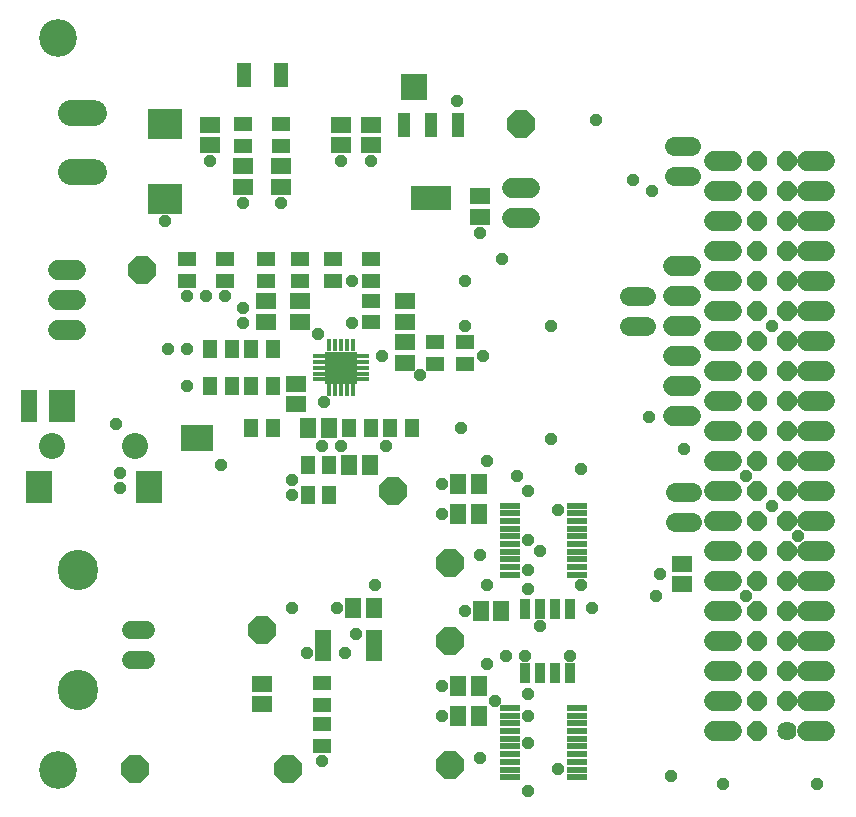
<source format=gbr>
G04 EAGLE Gerber RS-274X export*
G75*
%MOMM*%
%FSLAX34Y34*%
%LPD*%
%INSoldermask Top*%
%IPPOS*%
%AMOC8*
5,1,8,0,0,1.08239X$1,22.5*%
G01*
G04 Define Apertures*
%ADD10C,3.203200*%
%ADD11R,3.003200X2.603200*%
%ADD12C,1.625600*%
%ADD13P,1.75953X8X112.5*%
%ADD14R,1.623400X1.234400*%
%ADD15R,1.668500X1.367800*%
%ADD16C,1.625600*%
%ADD17C,1.727200*%
%ADD18C,1.511200*%
%ADD19C,3.419200*%
%ADD20P,2.55682X8X22.5*%
%ADD21C,2.184400*%
%ADD22R,1.246300X2.113500*%
%ADD23R,1.101100X2.063500*%
%ADD24R,3.392300X2.063500*%
%ADD25R,1.103200X0.453200*%
%ADD26R,0.453200X1.103200*%
%ADD27R,2.803200X2.803200*%
%ADD28R,1.234400X1.623400*%
%ADD29R,2.203200X2.703200*%
%ADD30R,2.703200X2.203200*%
%ADD31R,1.403200X2.703200*%
%ADD32C,2.203200*%
%ADD33R,1.367800X1.668500*%
%ADD34R,0.853200X1.728200*%
%ADD35R,1.403200X0.653200*%
%ADD36R,1.665200X0.558000*%
%ADD37R,2.203200X2.203200*%
%ADD38P,1.03866X8X22.5*%
D10*
X40000Y660000D03*
X40000Y40000D03*
D11*
X130175Y587125D03*
X130175Y524125D03*
D12*
X657225Y73025D03*
D13*
X631825Y73025D03*
X657225Y98425D03*
X631825Y98425D03*
X657225Y123825D03*
X631825Y123825D03*
X657225Y149225D03*
X631825Y149225D03*
X657225Y174625D03*
X631825Y174625D03*
X657225Y200025D03*
X631825Y200025D03*
X657225Y225425D03*
X631825Y225425D03*
X657225Y250825D03*
X631825Y250825D03*
X657225Y276225D03*
X631825Y276225D03*
X657225Y301625D03*
X631825Y301625D03*
X657225Y327025D03*
X631825Y327025D03*
X657225Y352425D03*
X631825Y352425D03*
X657225Y377825D03*
X631825Y377825D03*
X631825Y403225D03*
X657225Y403225D03*
X631825Y428625D03*
X657225Y428625D03*
X631825Y454025D03*
X657225Y454025D03*
X657225Y479425D03*
X631825Y479425D03*
X631825Y504825D03*
X657225Y504825D03*
X657225Y530225D03*
X631825Y530225D03*
X657225Y555625D03*
X631825Y555625D03*
D14*
X196850Y568655D03*
X196850Y587045D03*
X228600Y568655D03*
X228600Y587045D03*
D15*
X168275Y586604D03*
X168275Y569096D03*
X196850Y551679D03*
X196850Y534171D03*
X228600Y551679D03*
X228600Y534171D03*
D16*
X523113Y415925D02*
X537337Y415925D01*
X537337Y441325D02*
X523113Y441325D01*
D17*
X560705Y339725D02*
X575945Y339725D01*
X575945Y365125D02*
X560705Y365125D01*
X560705Y390525D02*
X575945Y390525D01*
X575945Y415925D02*
X560705Y415925D01*
X560705Y441325D02*
X575945Y441325D01*
X575945Y466725D02*
X560705Y466725D01*
D18*
X114490Y133350D02*
X101410Y133350D01*
X101410Y158750D02*
X114490Y158750D01*
D19*
X57150Y107950D03*
X57150Y209550D03*
D20*
X212725Y158750D03*
D17*
X595630Y73025D02*
X610870Y73025D01*
X610870Y98425D02*
X595630Y98425D01*
X595630Y123825D02*
X610870Y123825D01*
X610870Y149225D02*
X595630Y149225D01*
X595630Y174625D02*
X610870Y174625D01*
X610870Y200025D02*
X595630Y200025D01*
X595630Y225425D02*
X610870Y225425D01*
X610870Y250825D02*
X595630Y250825D01*
X595630Y276225D02*
X610870Y276225D01*
X610870Y301625D02*
X595630Y301625D01*
X595630Y327025D02*
X610870Y327025D01*
X610870Y352425D02*
X595630Y352425D01*
X595630Y377825D02*
X610870Y377825D01*
X610870Y403225D02*
X595630Y403225D01*
X595630Y428625D02*
X610870Y428625D01*
X610870Y454025D02*
X595630Y454025D01*
X595630Y479425D02*
X610870Y479425D01*
X610870Y504825D02*
X595630Y504825D01*
X595630Y530225D02*
X610870Y530225D01*
X610870Y555625D02*
X595630Y555625D01*
X674370Y73025D02*
X689610Y73025D01*
X689610Y98425D02*
X674370Y98425D01*
X674370Y123825D02*
X689610Y123825D01*
X689610Y149225D02*
X674370Y149225D01*
X674370Y174625D02*
X689610Y174625D01*
X689610Y200025D02*
X674370Y200025D01*
X674370Y225425D02*
X689610Y225425D01*
X689610Y250825D02*
X674370Y250825D01*
X674370Y276225D02*
X689610Y276225D01*
X689610Y301625D02*
X674370Y301625D01*
X674370Y327025D02*
X689610Y327025D01*
X689610Y352425D02*
X674370Y352425D01*
X674370Y377825D02*
X689610Y377825D01*
X689610Y403225D02*
X674370Y403225D01*
X674370Y428625D02*
X689610Y428625D01*
X689610Y454025D02*
X674370Y454025D01*
X674370Y479425D02*
X689610Y479425D01*
X689610Y504825D02*
X674370Y504825D01*
X674370Y530225D02*
X689610Y530225D01*
X689610Y555625D02*
X674370Y555625D01*
D16*
X576707Y250190D02*
X562483Y250190D01*
X562483Y275590D02*
X576707Y275590D01*
D14*
X263525Y95580D03*
X263525Y113970D03*
X263525Y60655D03*
X263525Y79045D03*
D15*
X212725Y113529D03*
X212725Y96021D03*
D21*
X70231Y596646D02*
X50419Y596646D01*
X50419Y546354D02*
X70231Y546354D01*
D22*
X196889Y628650D03*
X228561Y628650D03*
D17*
X424180Y533400D02*
X439420Y533400D01*
X439420Y508000D02*
X424180Y508000D01*
D23*
X378600Y586477D03*
X355600Y586477D03*
X332600Y586477D03*
D24*
X355600Y524977D03*
D16*
X561213Y542925D02*
X575437Y542925D01*
X575437Y568325D02*
X561213Y568325D01*
D25*
X260400Y391000D03*
X260400Y386000D03*
X260400Y381000D03*
X260400Y376000D03*
X260400Y371000D03*
D26*
X269400Y362000D03*
X274400Y362000D03*
X279400Y362000D03*
X284400Y362000D03*
X289400Y362000D03*
D25*
X298400Y371000D03*
X298400Y376000D03*
X298400Y381000D03*
X298400Y386000D03*
X298400Y391000D03*
D26*
X289400Y400000D03*
X284400Y400000D03*
X279400Y400000D03*
X274400Y400000D03*
X269400Y400000D03*
D27*
X279400Y381000D03*
D28*
X221920Y396875D03*
X203530Y396875D03*
D15*
X241300Y350021D03*
X241300Y367529D03*
D29*
X24000Y279825D03*
X117000Y279825D03*
X43000Y348825D03*
D30*
X157500Y321825D03*
D31*
X15000Y348825D03*
D32*
X35000Y314325D03*
X105000Y314325D03*
D28*
X221920Y365125D03*
X203530Y365125D03*
X168605Y396875D03*
X186995Y396875D03*
X168605Y365125D03*
X186995Y365125D03*
D14*
X149225Y472745D03*
X149225Y454355D03*
X180975Y472745D03*
X180975Y454355D03*
D28*
X221920Y330200D03*
X203530Y330200D03*
D17*
X55245Y463550D02*
X40005Y463550D01*
X40005Y438150D02*
X55245Y438150D01*
X55245Y412750D02*
X40005Y412750D01*
D15*
X244475Y437379D03*
X244475Y419871D03*
D28*
X251155Y298450D03*
X269545Y298450D03*
D33*
X269104Y330200D03*
X251596Y330200D03*
D28*
X251155Y273050D03*
X269545Y273050D03*
X286080Y330200D03*
X304470Y330200D03*
X321005Y330200D03*
X339395Y330200D03*
D33*
X304029Y298450D03*
X286521Y298450D03*
D14*
X244475Y454355D03*
X244475Y472745D03*
X273050Y454355D03*
X273050Y472745D03*
X216227Y472745D03*
X216227Y454355D03*
D15*
X215900Y419871D03*
X215900Y437379D03*
D14*
X304800Y472745D03*
X304800Y454355D03*
X304800Y437820D03*
X304800Y419430D03*
X358775Y402895D03*
X358775Y384505D03*
X384175Y384505D03*
X384175Y402895D03*
D15*
X333375Y419871D03*
X333375Y437379D03*
X333375Y384946D03*
X333375Y402454D03*
D33*
X378596Y111125D03*
X396104Y111125D03*
X378596Y85725D03*
X396104Y85725D03*
D34*
X434975Y122105D03*
X447675Y122105D03*
X460375Y122105D03*
X473075Y122105D03*
X473075Y176345D03*
X460375Y176345D03*
X447675Y176345D03*
X434975Y176345D03*
D33*
X378596Y282575D03*
X396104Y282575D03*
X378596Y257175D03*
X396104Y257175D03*
D35*
X264000Y155800D03*
X264000Y149300D03*
X264000Y142800D03*
X264000Y136300D03*
X307500Y136300D03*
X307500Y142800D03*
X307500Y149300D03*
X307500Y155800D03*
D33*
X289696Y177800D03*
X307204Y177800D03*
D36*
X422656Y264200D03*
X422656Y257700D03*
X422656Y251200D03*
X422656Y244700D03*
X422656Y238200D03*
X422656Y231700D03*
X422656Y225200D03*
X422656Y218700D03*
X422656Y212200D03*
X422656Y205700D03*
X479044Y205700D03*
X479044Y212200D03*
X479044Y218700D03*
X479044Y225200D03*
X479044Y231700D03*
X479044Y238200D03*
X479044Y244700D03*
X479044Y251200D03*
X479044Y257700D03*
X479044Y264200D03*
X422656Y92750D03*
X422656Y86250D03*
X422656Y79750D03*
X422656Y73250D03*
X422656Y66750D03*
X422656Y60250D03*
X422656Y53750D03*
X422656Y47250D03*
X422656Y40750D03*
X422656Y34250D03*
X479044Y34250D03*
X479044Y40750D03*
X479044Y47250D03*
X479044Y53750D03*
X479044Y60250D03*
X479044Y66750D03*
X479044Y73250D03*
X479044Y79750D03*
X479044Y86250D03*
X479044Y92750D03*
D20*
X371475Y215900D03*
X371475Y44450D03*
X323850Y276225D03*
X234950Y41275D03*
X371475Y149225D03*
D33*
X397646Y174625D03*
X415154Y174625D03*
D15*
X304800Y569096D03*
X304800Y586604D03*
X396875Y508771D03*
X396875Y526279D03*
X279400Y569096D03*
X279400Y586604D03*
X568325Y197621D03*
X568325Y215129D03*
D20*
X431800Y587375D03*
X104775Y41275D03*
X111125Y463550D03*
D37*
X341630Y618490D03*
D38*
X603250Y28575D03*
X228600Y520700D03*
X168275Y555625D03*
X130175Y504819D03*
X263525Y47625D03*
X279400Y555625D03*
X304800Y555625D03*
X396875Y495300D03*
X365125Y282575D03*
X365125Y257175D03*
X438150Y234950D03*
X438150Y63500D03*
X365125Y111125D03*
X365125Y85725D03*
X384175Y174625D03*
X276225Y177800D03*
X250825Y139700D03*
X196850Y520700D03*
X273050Y386543D03*
X284943Y374650D03*
X473075Y136525D03*
X438150Y22225D03*
X438150Y193675D03*
X384175Y415925D03*
X346075Y374650D03*
X288925Y419100D03*
X165100Y441325D03*
X196850Y431800D03*
X263525Y314325D03*
X238125Y285750D03*
X260350Y409575D03*
X540623Y339471D03*
X377825Y606425D03*
X317500Y314325D03*
X177800Y298450D03*
X396875Y50800D03*
X682625Y28575D03*
X644525Y415925D03*
X381000Y330200D03*
X384175Y454025D03*
X133350Y396875D03*
X428625Y288925D03*
X419100Y136525D03*
X396875Y222250D03*
X92075Y292100D03*
X644525Y263525D03*
X666115Y238760D03*
X434975Y136525D03*
X495300Y590550D03*
X569595Y312420D03*
X447675Y161925D03*
X415925Y472745D03*
X307975Y196850D03*
X238125Y177800D03*
X403225Y196850D03*
X403225Y130175D03*
X463550Y41275D03*
X409575Y98425D03*
X403225Y301625D03*
X88900Y333375D03*
X92075Y279400D03*
X149225Y365125D03*
X149225Y396875D03*
X149225Y441325D03*
X264795Y351790D03*
X180975Y441325D03*
X279400Y314325D03*
X196850Y419100D03*
X527050Y539750D03*
X542925Y530225D03*
X238125Y273050D03*
X288925Y454025D03*
X314325Y390525D03*
X400050Y390525D03*
X292100Y155575D03*
X282575Y139700D03*
X482600Y196850D03*
X438150Y209550D03*
X492125Y177800D03*
X622300Y288925D03*
X457200Y415925D03*
X438150Y276225D03*
X463550Y260350D03*
X482600Y295275D03*
X622300Y187325D03*
X546100Y187325D03*
X438150Y104814D03*
X558800Y34925D03*
X549275Y206375D03*
X447675Y225425D03*
X438150Y85725D03*
X457200Y320675D03*
M02*

</source>
